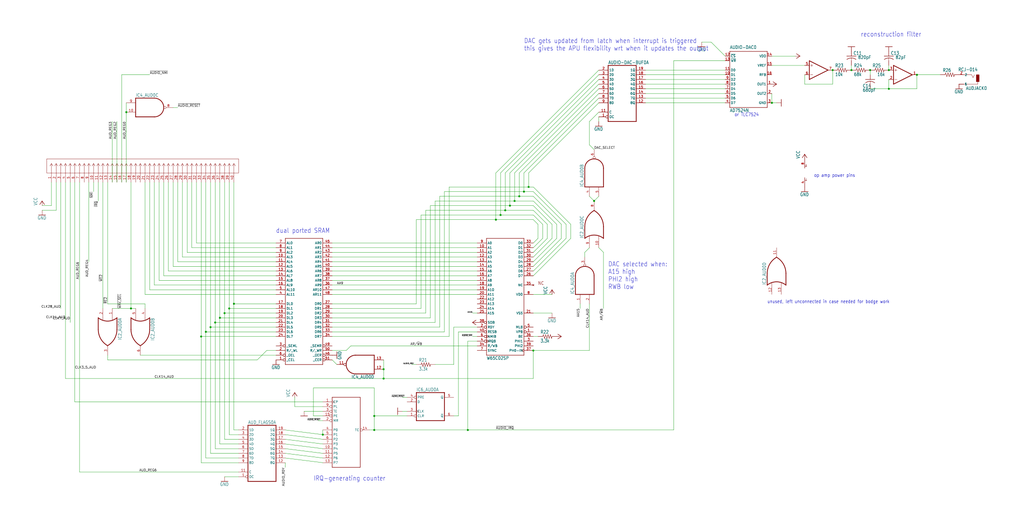
<source format=kicad_sch>
(kicad_sch (version 20230121) (generator eeschema)
  (paper "User" 555.981 285.318)
  (lib_symbols
    (symbol "signals-eagle-import:7400N"
      (property "Reference" "IC" (at -0.635 -0.635 0))
      (symbol "7400N_1_0"
        (pin input line (at -12.7 2.54 0) (length 5.08) (name "I0") (number "1"))
        (pin input line (at -12.7 -2.54 0) (length 5.08) (name "I1") (number "2"))
        (pin output inverted (at 12.7 0 180) (length 5.08) (name "O") (number "3"))
      )
      (symbol "7400N_2_0"
        (pin input line (at -12.7 2.54 0) (length 5.08) (name "I0") (number "4"))
        (pin input line (at -12.7 -2.54 0) (length 5.08) (name "I1") (number "5"))
        (pin output inverted (at 12.7 0 180) (length 5.08) (name "O") (number "6"))
      )
      (symbol "7400N_3_0"
        (pin input line (at -12.7 -2.54 0) (length 5.08) (name "I1") (number "10"))
        (pin output inverted (at 12.7 0 180) (length 5.08) (name "O") (number "8"))
        (pin input line (at -12.7 2.54 0) (length 5.08) (name "I0") (number "9"))
      )
      (symbol "7400N_4_0"
        (pin output inverted (at 12.7 0 180) (length 5.08) (name "O") (number "11"))
        (pin input line (at -12.7 2.54 0) (length 5.08) (name "I0") (number "12"))
        (pin input line (at -12.7 -2.54 0) (length 5.08) (name "I1") (number "13"))
      )
      (symbol "7400N_5_0"
        (text "GND" (at 1.905 -7.62 900) (effects (font (size 1.27 1.0795)) (justify left bottom)))
        (text "VCC" (at 1.905 5.08 900) (effects (font (size 1.27 1.0795)) (justify left bottom)))
        (pin power_in line (at 0 10.16 270) (length 7.62) (name "VCC") (number "14"))
        (pin power_in line (at 0 -10.16 90) (length 7.62) (name "GND") (number "7"))
      )
    )
    (symbol "signals-eagle-import:7432N"
      (property "Reference" "IC" (at -0.635 -0.635 0))
      (symbol "7432N_1_0"
        (pin input line (at -12.7 2.54 0) (length 5.08) (name "I0") (number "1"))
        (pin input line (at -12.7 -2.54 0) (length 5.08) (name "I1") (number "2"))
        (pin output line (at 12.7 0 180) (length 5.08) (name "O") (number "3"))
      )
      (symbol "7432N_2_0"
        (pin input line (at -12.7 2.54 0) (length 5.08) (name "I0") (number "4"))
        (pin input line (at -12.7 -2.54 0) (length 5.08) (name "I1") (number "5"))
        (pin output line (at 12.7 0 180) (length 5.08) (name "O") (number "6"))
      )
      (symbol "7432N_3_0"
        (pin input line (at -12.7 -2.54 0) (length 5.08) (name "I1") (number "10"))
        (pin output line (at 12.7 0 180) (length 5.08) (name "O") (number "8"))
        (pin input line (at -12.7 2.54 0) (length 5.08) (name "I0") (number "9"))
      )
      (symbol "7432N_4_0"
        (pin output line (at 12.7 0 180) (length 5.08) (name "O") (number "11"))
        (pin input line (at -12.7 2.54 0) (length 5.08) (name "I0") (number "12"))
        (pin input line (at -12.7 -2.54 0) (length 5.08) (name "I1") (number "13"))
      )
      (symbol "7432N_5_0"
        (text "GND" (at 1.905 -7.62 900) (effects (font (size 1.27 1.0795)) (justify left bottom)))
        (text "VCC" (at 1.905 5.08 900) (effects (font (size 1.27 1.0795)) (justify left bottom)))
        (pin power_in line (at 0 10.16 270) (length 7.62) (name "VCC") (number "14"))
        (pin power_in line (at 0 -10.16 90) (length 7.62) (name "GND") (number "7"))
      )
    )
    (symbol "signals-eagle-import:74573N"
      (property "Reference" "IC" (at -0.635 -0.635 0))
      (symbol "74573N_1_0"
        (pin input inverted (at -12.7 -12.7 0) (length 5.08) (name "OC") (number "1"))
        (pin input line (at -12.7 -10.16 0) (length 5.08) (name "C") (number "11"))
        (pin tri_state line (at 12.7 -5.08 180) (length 5.08) (name "8Q") (number "12"))
        (pin tri_state line (at 12.7 -2.54 180) (length 5.08) (name "7Q") (number "13"))
        (pin tri_state line (at 12.7 0 180) (length 5.08) (name "6Q") (number "14"))
        (pin tri_state line (at 12.7 2.54 180) (length 5.08) (name "5Q") (number "15"))
        (pin tri_state line (at 12.7 5.08 180) (length 5.08) (name "4Q") (number "16"))
        (pin tri_state line (at 12.7 7.62 180) (length 5.08) (name "3Q") (number "17"))
        (pin tri_state line (at 12.7 10.16 180) (length 5.08) (name "2Q") (number "18"))
        (pin tri_state line (at 12.7 12.7 180) (length 5.08) (name "1Q") (number "19"))
        (pin input line (at -12.7 12.7 0) (length 5.08) (name "1D") (number "2"))
        (pin input line (at -12.7 10.16 0) (length 5.08) (name "2D") (number "3"))
        (pin input line (at -12.7 7.62 0) (length 5.08) (name "3D") (number "4"))
        (pin input line (at -12.7 5.08 0) (length 5.08) (name "4D") (number "5"))
        (pin input line (at -12.7 2.54 0) (length 5.08) (name "5D") (number "6"))
        (pin input line (at -12.7 0 0) (length 5.08) (name "6D") (number "7"))
        (pin input line (at -12.7 -2.54 0) (length 5.08) (name "7D") (number "8"))
        (pin input line (at -12.7 -5.08 0) (length 5.08) (name "8D") (number "9"))
      )
      (symbol "74573N_2_0"
        (text "GND" (at 1.905 -7.62 900) (effects (font (size 1.27 1.0795)) (justify left bottom)))
        (text "VCC" (at 1.905 5.08 900) (effects (font (size 1.27 1.0795)) (justify left bottom)))
        (pin power_in line (at 0 -10.16 90) (length 7.62) (name "GND") (number "10"))
        (pin power_in line (at 0 10.16 270) (length 7.62) (name "VCC") (number "20"))
      )
    )
    (symbol "signals-eagle-import:7474N"
      (property "Reference" "IC" (at -0.635 -0.635 0))
      (symbol "7474N_1_0"
        (pin input inverted (at -12.7 -5.08 0) (length 5.08) (name "CLR") (number "1"))
        (pin input line (at -12.7 2.54 0) (length 5.08) (name "D") (number "2"))
        (pin input clock (at -12.7 -2.54 0) (length 5.08) (name "CLK") (number "3"))
        (pin input inverted (at -12.7 5.08 0) (length 5.08) (name "PRE") (number "4"))
        (pin output line (at 12.7 5.08 180) (length 5.08) (name "Q") (number "5"))
        (pin output line (at 12.7 -5.08 180) (length 5.08) (name "~{Q}") (number "6"))
      )
      (symbol "7474N_2_0"
        (pin input inverted (at -12.7 5.08 0) (length 5.08) (name "PRE") (number "10"))
        (pin input clock (at -12.7 -2.54 0) (length 5.08) (name "CLK") (number "11"))
        (pin input line (at -12.7 2.54 0) (length 5.08) (name "D") (number "12"))
        (pin input inverted (at -12.7 -5.08 0) (length 5.08) (name "CLR") (number "13"))
        (pin output line (at 12.7 -5.08 180) (length 5.08) (name "~{Q}") (number "8"))
        (pin output line (at 12.7 5.08 180) (length 5.08) (name "Q") (number "9"))
      )
      (symbol "7474N_3_0"
        (text "GND" (at 1.905 -7.62 900) (effects (font (size 1.27 1.0795)) (justify left bottom)))
        (text "VCC" (at 1.905 5.08 900) (effects (font (size 1.27 1.0795)) (justify left bottom)))
        (pin power_in line (at 0 10.16 270) (length 7.62) (name "VCC") (number "14"))
        (pin power_in line (at 0 -10.16 90) (length 7.62) (name "GND") (number "7"))
      )
    )
    (symbol "signals-eagle-import:AD7524N"
      (property "Reference" "IC" (at -10.16 16.51 0))
      (symbol "AD7524N_1_0"
        (pin passive line (at 12.7 -2.54 180) (length 2.54) (name "OUT1") (number "1"))
        (pin input line (at -12.7 2.54 0) (length 2.54) (name "D1") (number "10"))
        (pin input line (at -12.7 5.08 0) (length 2.54) (name "D0") (number "11"))
        (pin input line (at -12.7 12.7 0) (length 2.54) (name "~{CS}") (number "12"))
        (pin input line (at -12.7 10.16 0) (length 2.54) (name "~{WR}") (number "13"))
        (pin power_in line (at 12.7 12.7 180) (length 2.54) (name "VDD") (number "14"))
        (pin input line (at 12.7 7.62 180) (length 2.54) (name "VREF") (number "15"))
        (pin passive line (at 12.7 2.54 180) (length 2.54) (name "RFB") (number "16"))
        (pin passive line (at 12.7 -7.62 180) (length 2.54) (name "OUT2") (number "2"))
        (pin power_in line (at 12.7 -12.7 180) (length 2.54) (name "GND") (number "3"))
        (pin input line (at -12.7 -12.7 0) (length 2.54) (name "D7") (number "4"))
        (pin input line (at -12.7 -10.16 0) (length 2.54) (name "D6") (number "5"))
        (pin input line (at -12.7 -7.62 0) (length 2.54) (name "D5") (number "6"))
        (pin input line (at -12.7 -5.08 0) (length 2.54) (name "D4") (number "7"))
        (pin input line (at -12.7 -2.54 0) (length 2.54) (name "D3") (number "8"))
        (pin input line (at -12.7 0 0) (length 2.54) (name "D2") (number "9"))
      )
    )
    (symbol "signals-eagle-import:C-US050-024X044"
      (property "Reference" "C" (at 1.016 0.635 0))
      (symbol "C-US050-024X044_1_0"
        (pin passive line (at 0 2.54 270) (length 2.54) (name "1") (number "1"))
        (pin passive line (at 0 -5.08 90) (length 2.54) (name "2") (number "2"))
      )
    )
    (symbol "signals-eagle-import:CD40103"
      (symbol "CD40103_1_0"
        (pin input clock (at -12.7 15.24 0) (length 5.08) (name "CP") (number "1"))
        (pin input line (at -12.7 -10.16 0) (length 5.08) (name "P4") (number "10"))
        (pin input line (at -12.7 -12.7 0) (length 5.08) (name "P5") (number "11"))
        (pin input line (at -12.7 -15.24 0) (length 5.08) (name "P6") (number "12"))
        (pin input line (at -12.7 -17.78 0) (length 5.08) (name "P7") (number "13"))
        (pin output inverted (at 12.7 0 180) (length 5.08) (name "TC") (number "14"))
        (pin input inverted (at -12.7 7.62 0) (length 5.08) (name "PE") (number "15"))
        (pin input inverted (at -12.7 5.08 0) (length 5.08) (name "MR") (number "2"))
        (pin input inverted (at -12.7 10.16 0) (length 5.08) (name "TE") (number "3"))
        (pin input line (at -12.7 0 0) (length 5.08) (name "P0") (number "4"))
        (pin input line (at -12.7 -2.54 0) (length 5.08) (name "P1") (number "5"))
        (pin input line (at -12.7 -5.08 0) (length 5.08) (name "P2") (number "6"))
        (pin input line (at -12.7 -7.62 0) (length 5.08) (name "P3") (number "7"))
        (pin input inverted (at -12.7 12.7 0) (length 5.08) (name "PL") (number "9"))
      )
      (symbol "CD40103_2_0"
        (pin power_in line (at 0 12.7 270) (length 5.08) (name "VCC") (number "16"))
        (pin power_in line (at 0 -10.16 90) (length 5.08) (name "GND") (number "8"))
      )
    )
    (symbol "signals-eagle-import:GND" (power)
      (property "Value" "GND" (at -2.54 -2.54 0))
      (symbol "GND_1_0"
        (pin power_in line (at 0 2.54 270) (length 2.54) (name "GND") (number "1"))
      )
    )
    (symbol "signals-eagle-import:LM358N"
      (symbol "LM358N_1_0"
        (pin output line (at 7.62 0 180) (length 2.54) (name "OUT") (number "1"))
        (pin input line (at -7.62 -2.54 0) (length 2.54) (name "-IN") (number "2"))
        (pin input line (at -7.62 2.54 0) (length 2.54) (name "+IN") (number "3"))
      )
      (symbol "LM358N_2_0"
        (pin input line (at -7.62 2.54 0) (length 2.54) (name "+IN") (number "5"))
        (pin input line (at -7.62 -2.54 0) (length 2.54) (name "-IN") (number "6"))
        (pin output line (at 7.62 0 180) (length 2.54) (name "OUT") (number "7"))
      )
      (symbol "LM358N_3_0"
        (text "V+" (at 1.27 3.175 900) (effects (font (size 0.8128 0.6908)) (justify left bottom)))
        (text "V-" (at 1.27 -4.445 900) (effects (font (size 0.8128 0.6908)) (justify left bottom)))
        (pin power_in line (at 0 -7.62 90) (length 5.08) (name "V-") (number "4"))
        (pin power_in line (at 0 7.62 270) (length 5.08) (name "V+") (number "8"))
      )
    )
    (symbol "signals-eagle-import:PDPRAM_4KPLCC52S"
      (symbol "PDPRAM_4KPLCC52S_1_0"
        (pin power_in line (at 0 -10.16 90) (length 5.08) (name "GND") (number "26"))
        (pin power_in line (at 0 12.7 270) (length 5.08) (name "VCC") (number "52"))
      )
      (symbol "PDPRAM_4KPLCC52S_2_0"
        (pin bidirectional inverted (at -15.24 -30.48 0) (length 5.08) (name "_CEL") (number "1"))
        (pin bidirectional line (at -15.24 25.4 0) (length 5.08) (name "AL3") (number "10"))
        (pin bidirectional line (at -15.24 22.86 0) (length 5.08) (name "AL4") (number "11"))
        (pin bidirectional line (at -15.24 20.32 0) (length 5.08) (name "AL5") (number "12"))
        (pin bidirectional line (at -15.24 17.78 0) (length 5.08) (name "AL6") (number "13"))
        (pin bidirectional line (at -15.24 15.24 0) (length 5.08) (name "AL7") (number "14"))
        (pin bidirectional line (at -15.24 12.7 0) (length 5.08) (name "AL8") (number "15"))
        (pin bidirectional line (at -15.24 10.16 0) (length 5.08) (name "AL9") (number "16"))
        (pin bidirectional line (at -15.24 0 0) (length 5.08) (name "DL0") (number "17"))
        (pin bidirectional line (at -15.24 -2.54 0) (length 5.08) (name "DL1") (number "18"))
        (pin bidirectional line (at -15.24 -5.08 0) (length 5.08) (name "DL2") (number "19"))
        (pin bidirectional line (at -15.24 -25.4 0) (length 5.08) (name "R/_WL") (number "2"))
        (pin bidirectional line (at -15.24 -7.62 0) (length 5.08) (name "DL3") (number "20"))
        (pin bidirectional line (at -15.24 -10.16 0) (length 5.08) (name "DL4") (number "21"))
        (pin bidirectional line (at -15.24 -12.7 0) (length 5.08) (name "DL5") (number "22"))
        (pin bidirectional line (at -15.24 -15.24 0) (length 5.08) (name "DL6") (number "23"))
        (pin bidirectional line (at -15.24 -17.78 0) (length 5.08) (name "DL7") (number "24"))
        (pin bidirectional line (at 15.24 0 180) (length 5.08) (name "DR0") (number "27"))
        (pin bidirectional line (at 15.24 -2.54 180) (length 5.08) (name "DR1") (number "28"))
        (pin bidirectional line (at 15.24 -5.08 180) (length 5.08) (name "DR2") (number "29"))
        (pin bidirectional inverted (at -15.24 -22.86 0) (length 5.08) (name "_SEML") (number "3"))
        (pin bidirectional line (at 15.24 -7.62 180) (length 5.08) (name "DR3") (number "30"))
        (pin bidirectional line (at 15.24 -10.16 180) (length 5.08) (name "DR4") (number "31"))
        (pin bidirectional line (at 15.24 -12.7 180) (length 5.08) (name "DR5") (number "32"))
        (pin bidirectional line (at 15.24 -15.24 180) (length 5.08) (name "DR6") (number "33"))
        (pin bidirectional line (at 15.24 -17.78 180) (length 5.08) (name "DR7") (number "34"))
        (pin bidirectional line (at 15.24 10.16 180) (length 5.08) (name "AR9") (number "36"))
        (pin bidirectional line (at 15.24 12.7 180) (length 5.08) (name "AR8") (number "37"))
        (pin bidirectional line (at 15.24 15.24 180) (length 5.08) (name "AR7") (number "38"))
        (pin bidirectional line (at 15.24 17.78 180) (length 5.08) (name "AR6") (number "39"))
        (pin bidirectional line (at -15.24 5.08 0) (length 5.08) (name "AL11") (number "4"))
        (pin bidirectional line (at 15.24 20.32 180) (length 5.08) (name "AR5") (number "40"))
        (pin bidirectional line (at 15.24 22.86 180) (length 5.08) (name "AR4") (number "41"))
        (pin bidirectional line (at 15.24 25.4 180) (length 5.08) (name "AR3") (number "42"))
        (pin bidirectional line (at 15.24 27.94 180) (length 5.08) (name "AR2") (number "43"))
        (pin bidirectional line (at 15.24 30.48 180) (length 5.08) (name "AR1") (number "44"))
        (pin bidirectional line (at 15.24 33.02 180) (length 5.08) (name "AR0") (number "45"))
        (pin bidirectional inverted (at 15.24 -27.94 180) (length 5.08) (name "_OER") (number "46"))
        (pin bidirectional line (at 15.24 7.62 180) (length 5.08) (name "AR10") (number "47"))
        (pin bidirectional line (at 15.24 5.08 180) (length 5.08) (name "AR11") (number "48"))
        (pin bidirectional inverted (at 15.24 -22.86 180) (length 5.08) (name "_SEMR") (number "49"))
        (pin bidirectional line (at -15.24 7.62 0) (length 5.08) (name "AL10") (number "5"))
        (pin bidirectional line (at 15.24 -25.4 180) (length 5.08) (name "R/_WR") (number "50"))
        (pin bidirectional inverted (at 15.24 -30.48 180) (length 5.08) (name "_CER") (number "51"))
        (pin bidirectional inverted (at -15.24 -27.94 0) (length 5.08) (name "_OEL") (number "6"))
        (pin bidirectional line (at -15.24 33.02 0) (length 5.08) (name "AL0") (number "7"))
        (pin bidirectional line (at -15.24 30.48 0) (length 5.08) (name "AL1") (number "8"))
        (pin bidirectional line (at -15.24 27.94 0) (length 5.08) (name "AL2") (number "9"))
      )
    )
    (symbol "signals-eagle-import:R-US_0207/10"
      (property "Reference" "R" (at -3.81 1.4986 0))
      (symbol "R-US_0207/10_1_0"
        (pin passive line (at -5.08 0 0) (length 2.54) (name "1") (number "1"))
        (pin passive line (at 5.08 0 180) (length 2.54) (name "2") (number "2"))
      )
    )
    (symbol "signals-eagle-import:RCJ-014"
      (property "Reference" "J" (at -2.5442 3.8163 0))
      (symbol "RCJ-014_1_0"
        (pin passive line (at 7.62 2.54 180) (length 2.54) (name "1") (number "1A"))
        (pin passive line (at 7.62 2.54 180) (length 2.54) (name "1") (number "1B"))
        (pin passive line (at 7.62 2.54 180) (length 2.54) (name "1") (number "1C"))
        (pin passive line (at 7.62 -2.54 180) (length 2.54) (name "2") (number "2"))
      )
    )
    (symbol "signals-eagle-import:TX25-40P-6ST-H1E"
      (symbol "TX25-40P-6ST-H1E_1_0"
        (pin passive line (at 0 0 0) (length 5.08) (name "1") (number "1"))
        (pin passive line (at 0 -22.86 0) (length 5.08) (name "10") (number "10"))
        (pin passive line (at 0 -25.4 0) (length 5.08) (name "11") (number "11"))
        (pin passive line (at 0 -27.94 0) (length 5.08) (name "12") (number "12"))
        (pin passive line (at 0 -30.48 0) (length 5.08) (name "13") (number "13"))
        (pin passive line (at 0 -33.02 0) (length 5.08) (name "14") (number "14"))
        (pin passive line (at 0 -35.56 0) (length 5.08) (name "15") (number "15"))
        (pin passive line (at 0 -38.1 0) (length 5.08) (name "16") (number "16"))
        (pin passive line (at 0 -40.64 0) (length 5.08) (name "17") (number "17"))
        (pin passive line (at 0 -43.18 0) (length 5.08) (name "18") (number "18"))
        (pin passive line (at 0 -45.72 0) (length 5.08) (name "19") (number "19"))
        (pin passive line (at 0 -2.54 0) (length 5.08) (name "2") (number "2"))
        (pin passive line (at 0 -48.26 0) (length 5.08) (name "20") (number "20"))
        (pin passive line (at 0 -50.8 0) (length 5.08) (name "21") (number "21"))
        (pin passive line (at 0 -53.34 0) (length 5.08) (name "22") (number "22"))
        (pin passive line (at 0 -55.88 0) (length 5.08) (name "23") (number "23"))
        (pin passive line (at 0 -58.42 0) (length 5.08) (name "24") (number "24"))
        (pin passive line (at 0 -60.96 0) (length 5.08) (name "25") (number "25"))
        (pin passive line (at 0 -63.5 0) (length 5.08) (name "26") (number "26"))
        (pin passive line (at 0 -66.04 0) (length 5.08) (name "27") (number "27"))
        (pin passive line (at 0 -68.58 0) (length 5.08) (name "28") (number "28"))
        (pin passive line (at 0 -71.12 0) (length 5.08) (name "29") (number "29"))
        (pin passive line (at 0 -5.08 0) (length 5.08) (name "3") (number "3"))
        (pin passive line (at 0 -73.66 0) (length 5.08) (name "30") (number "30"))
        (pin passive line (at 0 -76.2 0) (length 5.08) (name "31") (number "31"))
        (pin passive line (at 0 -78.74 0) (length 5.08) (name "32") (number "32"))
        (pin passive line (at 0 -81.28 0) (length 5.08) (name "33") (number "33"))
        (pin passive line (at 0 -83.82 0) (length 5.08) (name "34") (number "34"))
        (pin passive line (at 0 -86.36 0) (length 5.08) (name "35") (number "35"))
        (pin passive line (at 0 -88.9 0) (length 5.08) (name "36") (number "36"))
        (pin passive line (at 0 -91.44 0) (length 5.08) (name "37") (number "37"))
        (pin passive line (at 0 -93.98 0) (length 5.08) (name "38") (number "38"))
        (pin passive line (at 0 -96.52 0) (length 5.08) (name "39") (number "39"))
        (pin passive line (at 0 -7.62 0) (length 5.08) (name "4") (number "4"))
        (pin passive line (at 0 -99.06 0) (length 5.08) (name "40") (number "40"))
        (pin passive line (at 0 -10.16 0) (length 5.08) (name "5") (number "5"))
        (pin passive line (at 0 -12.7 0) (length 5.08) (name "6") (number "6"))
        (pin passive line (at 0 -15.24 0) (length 5.08) (name "7") (number "7"))
        (pin passive line (at 0 -17.78 0) (length 5.08) (name "8") (number "8"))
        (pin passive line (at 0 -20.32 0) (length 5.08) (name "9") (number "9"))
      )
    )
    (symbol "signals-eagle-import:VCC" (power)
      (property "Value" "VCC" (at -2.54 -2.54 90))
      (symbol "VCC_1_0"
        (pin power_in line (at 0 -2.54 90) (length 2.54) (name "VCC") (number "1"))
      )
    )
    (symbol "signals-eagle-import:W65C02SP"
      (symbol "W65C02SP_1_0"
        (text "NC" (at 17.78 0 0) (effects (font (size 1.778 1.5113)) (justify left bottom)))
        (pin output inverted (at 15.24 -25.4 180) (length 5.08) (name "VPB") (number "1"))
        (pin bidirectional line (at -15.24 20.32 0) (length 5.08) (name "A1") (number "10"))
        (pin bidirectional line (at -15.24 17.78 0) (length 5.08) (name "A2") (number "11"))
        (pin bidirectional line (at -15.24 15.24 0) (length 5.08) (name "A3") (number "12"))
        (pin bidirectional line (at -15.24 12.7 0) (length 5.08) (name "A4") (number "13"))
        (pin bidirectional line (at -15.24 10.16 0) (length 5.08) (name "A5") (number "14"))
        (pin bidirectional line (at -15.24 7.62 0) (length 5.08) (name "A6") (number "15"))
        (pin bidirectional line (at -15.24 5.08 0) (length 5.08) (name "A7") (number "16"))
        (pin bidirectional line (at -15.24 2.54 0) (length 5.08) (name "A8") (number "17"))
        (pin bidirectional line (at -15.24 0 0) (length 5.08) (name "A9") (number "18"))
        (pin bidirectional line (at -15.24 -2.54 0) (length 5.08) (name "A10") (number "19"))
        (pin bidirectional inverted (at -15.24 -22.86 0) (length 5.08) (name "RDY") (number "2"))
        (pin bidirectional line (at -15.24 -5.08 0) (length 5.08) (name "A11") (number "20"))
        (pin power_in line (at 15.24 -15.24 180) (length 5.08) (name "VSS") (number "21"))
        (pin bidirectional line (at -15.24 -7.62 0) (length 5.08) (name "A12") (number "22"))
        (pin bidirectional line (at -15.24 -10.16 0) (length 5.08) (name "A13") (number "23"))
        (pin bidirectional line (at -15.24 -12.7 0) (length 5.08) (name "A14") (number "24"))
        (pin bidirectional line (at -15.24 -15.24 0) (length 5.08) (name "A15") (number "25"))
        (pin bidirectional line (at 15.24 5.08 180) (length 5.08) (name "D7") (number "26"))
        (pin bidirectional line (at 15.24 7.62 180) (length 5.08) (name "D6") (number "27"))
        (pin bidirectional line (at 15.24 10.16 180) (length 5.08) (name "D5") (number "28"))
        (pin bidirectional line (at 15.24 12.7 180) (length 5.08) (name "D4") (number "29"))
        (pin output line (at 15.24 -30.48 180) (length 5.08) (name "PHI1") (number "3"))
        (pin bidirectional line (at 15.24 15.24 180) (length 5.08) (name "D3") (number "30"))
        (pin bidirectional line (at 15.24 17.78 180) (length 5.08) (name "D2") (number "31"))
        (pin bidirectional line (at 15.24 20.32 180) (length 5.08) (name "D1") (number "32"))
        (pin bidirectional line (at 15.24 22.86 180) (length 5.08) (name "D0") (number "33"))
        (pin output line (at -15.24 -33.02 0) (length 5.08) (name "R/WB") (number "34"))
        (pin no_connect line (at 15.24 0 180) (length 5.08) (name "NC") (number "35"))
        (pin input line (at 15.24 -27.94 180) (length 5.08) (name "BE") (number "36"))
        (pin input clock (at 15.24 -35.56 180) (length 5.08) (name "PH0-IN") (number "37"))
        (pin input inverted (at -15.24 -20.32 0) (length 5.08) (name "SOB") (number "38"))
        (pin output line (at 15.24 -33.02 180) (length 5.08) (name "PHI2") (number "39"))
        (pin input inverted_clock (at -15.24 -30.48 0) (length 5.08) (name "IRQB") (number "4"))
        (pin input inverted (at -15.24 -25.4 0) (length 5.08) (name "RESB") (number "40"))
        (pin output inverted (at 15.24 -22.86 180) (length 5.08) (name "MLB") (number "5"))
        (pin input inverted_clock (at -15.24 -27.94 0) (length 5.08) (name "NMIB") (number "6"))
        (pin output line (at -15.24 -35.56 0) (length 5.08) (name "SYNC") (number "7"))
        (pin power_in line (at 15.24 -5.08 180) (length 5.08) (name "VDD") (number "8"))
        (pin bidirectional line (at -15.24 22.86 0) (length 5.08) (name "A0") (number "9"))
      )
    )
  )
  (junction (at 482.6 48.26))
  (junction (at 276.86 111.76))
  (junction (at 497.84 40.64))
  (junction (at 254 233.68))
  (junction (at 462.28 38.1))
  (junction (at 269.24 119.38))
  (junction (at 472.44 38.1))
  (junction (at 114.3 177.8))
  (junction (at 203.2 233.68))
  (junction (at 289.56 190.5))
  (junction (at 111.76 180.34))
  (junction (at 127 165.1))
  (junction (at 452.12 38.1))
  (junction (at 281.94 106.68))
  (junction (at 287.02 101.6))
  (junction (at 71.12 167.64))
  (junction (at 116.84 175.26))
  (junction (at 284.48 104.14))
  (junction (at 279.4 109.22))
  (junction (at 119.38 172.72))
  (junction (at 419.1 55.88))
  (junction (at 68.58 60.96))
  (junction (at 109.22 182.88))
  (junction (at 121.92 170.18))
  (junction (at 124.46 167.64))
  (junction (at 203.2 226.06))
  (junction (at 208.28 200.66))
  (junction (at 482.6 38.1))
  (junction (at 175.26 236.22))
  (junction (at 208.28 205.74))
  (junction (at 274.32 114.3))
  (junction (at 322.58 109.22))
  (junction (at 271.78 116.84))
  (wire (pts (xy 116.84 99.06) (xy 116.84 175.26)) (stroke (width 0.1524)))
  (wire (pts (xy 180.34 149.86) (xy 259.08 149.86)) (stroke (width 0.1524)))
  (wire (pts (xy 30.48 99.06) (xy 30.48 114.3)) (stroke (width 0.1524)))
  (wire (pts (xy 292.1 121.92) (xy 292.1 129.54)) (stroke (width 0.1524)))
  (wire (pts (xy 149.86 154.94) (xy 83.82 154.94)) (stroke (width 0.1524)))
  (wire (pts (xy 233.68 172.72) (xy 233.68 111.76)) (stroke (width 0.1524)))
  (wire (pts (xy 289.56 111.76) (xy 299.72 121.92)) (stroke (width 0.1524)))
  (wire (pts (xy 284.48 104.14) (xy 289.56 104.14)) (stroke (width 0.1524)))
  (wire (pts (xy 58.42 193.04) (xy 58.42 195.58)) (stroke (width 0.1524)))
  (wire (pts (xy 129.54 236.22) (xy 124.46 236.22)) (stroke (width 0.1524)))
  (wire (pts (xy 248.92 180.34) (xy 259.08 180.34)) (stroke (width 0.1524)))
  (wire (pts (xy 68.58 99.06) (xy 68.58 60.96)) (stroke (width 0.1524)))
  (wire (pts (xy 116.84 243.84) (xy 116.84 175.26)) (stroke (width 0.1524)))
  (wire (pts (xy 482.6 35.56) (xy 482.6 38.1)) (stroke (width 0.1524)))
  (wire (pts (xy 144.78 190.5) (xy 149.86 190.5)) (stroke (width 0.1524)))
  (wire (pts (xy 327.66 137.16) (xy 325.12 134.62)) (stroke (width 0.1524)))
  (wire (pts (xy 121.92 170.18) (xy 149.86 170.18)) (stroke (width 0.1524)))
  (wire (pts (xy 320.04 78.74) (xy 320.04 66.04)) (stroke (width 0.1524)))
  (wire (pts (xy 289.56 190.5) (xy 320.04 190.5)) (stroke (width 0.1524)))
  (wire (pts (xy 259.08 170.18) (xy 256.54 170.18)) (stroke (width 0.1524)))
  (wire (pts (xy 101.6 99.06) (xy 101.6 137.16)) (stroke (width 0.1524)))
  (wire (pts (xy 302.26 121.92) (xy 302.26 129.54)) (stroke (width 0.1524)))
  (wire (pts (xy 325.12 48.26) (xy 279.4 93.98)) (stroke (width 0.1524)))
  (wire (pts (xy 93.98 58.42) (xy 96.52 58.42)) (stroke (width 0.1524)))
  (wire (pts (xy 93.98 99.06) (xy 93.98 144.78)) (stroke (width 0.1524)))
  (wire (pts (xy 365.76 233.68) (xy 365.76 33.02)) (stroke (width 0.1524)))
  (wire (pts (xy 27.94 111.76) (xy 22.86 111.76)) (stroke (width 0.1524)))
  (wire (pts (xy 96.52 142.24) (xy 149.86 142.24)) (stroke (width 0.1524)))
  (wire (pts (xy 243.84 101.6) (xy 287.02 101.6)) (stroke (width 0.1524)))
  (wire (pts (xy 139.7 195.58) (xy 144.78 190.5)) (stroke (width 0.1524)))
  (wire (pts (xy 307.34 121.92) (xy 307.34 129.54)) (stroke (width 0.1524)))
  (wire (pts (xy 121.92 99.06) (xy 121.92 170.18)) (stroke (width 0.1524)))
  (wire (pts (xy 78.74 165.1) (xy 78.74 167.64)) (stroke (width 0.1524)))
  (wire (pts (xy 269.24 93.98) (xy 269.24 119.38)) (stroke (width 0.1524)))
  (wire (pts (xy 497.84 40.64) (xy 510.54 40.64)) (stroke (width 0.1524)))
  (wire (pts (xy 127 165.1) (xy 149.86 165.1)) (stroke (width 0.1524)))
  (wire (pts (xy 320.04 190.5) (xy 320.04 165.1)) (stroke (width 0.1524)))
  (wire (pts (xy 208.28 200.66) (xy 208.28 205.74)) (stroke (width 0.1524)))
  (wire (pts (xy 226.06 198.12) (xy 223.52 198.12)) (stroke (width 0.1524)))
  (wire (pts (xy 309.88 129.54) (xy 289.56 149.86)) (stroke (width 0.1524)))
  (wire (pts (xy 175.26 233.68) (xy 175.26 236.22)) (stroke (width 0.1524)))
  (wire (pts (xy 175.26 246.38) (xy 154.94 243.84)) (stroke (width 0.1524)))
  (wire (pts (xy 271.78 93.98) (xy 271.78 116.84)) (stroke (width 0.1524)))
  (wire (pts (xy 307.34 129.54) (xy 289.56 147.32)) (stroke (width 0.1524)))
  (wire (pts (xy 203.2 233.68) (xy 254 233.68)) (stroke (width 0.1524)))
  (wire (pts (xy 299.72 129.54) (xy 289.56 139.7)) (stroke (width 0.1524)))
  (wire (pts (xy 60.96 99.06) (xy 60.96 66.04)) (stroke (width 0.1524)))
  (wire (pts (xy 180.34 160.02) (xy 259.08 160.02)) (stroke (width 0.1524)))
  (wire (pts (xy 436.88 40.64) (xy 436.88 45.72)) (stroke (width 0.1524)))
  (wire (pts (xy 38.1 99.06) (xy 38.1 175.26)) (stroke (width 0.1524)))
  (wire (pts (xy 289.56 119.38) (xy 292.1 121.92)) (stroke (width 0.1524)))
  (wire (pts (xy 93.98 144.78) (xy 149.86 144.78)) (stroke (width 0.1524)))
  (wire (pts (xy 106.68 99.06) (xy 106.68 132.08)) (stroke (width 0.1524)))
  (wire (pts (xy 53.34 99.06) (xy 53.34 109.22)) (stroke (width 0.1524)))
  (wire (pts (xy 127 165.1) (xy 127 233.68)) (stroke (width 0.1524)))
  (wire (pts (xy 81.28 157.48) (xy 149.86 157.48)) (stroke (width 0.1524)))
  (wire (pts (xy 121.92 259.08) (xy 129.54 259.08)) (stroke (width 0.1524)))
  (wire (pts (xy 187.96 190.5) (xy 190.5 187.96)) (stroke (width 0.1524)))
  (wire (pts (xy 419.1 35.56) (xy 436.88 35.56)) (stroke (width 0.1524)))
  (wire (pts (xy 88.9 99.06) (xy 88.9 149.86)) (stroke (width 0.1524)))
  (wire (pts (xy 287.02 101.6) (xy 289.56 101.6)) (stroke (width 0.1524)))
  (wire (pts (xy 322.58 109.22) (xy 320.04 106.68)) (stroke (width 0.1524)))
  (wire (pts (xy 289.56 114.3) (xy 297.18 121.92)) (stroke (width 0.1524)))
  (wire (pts (xy 289.56 109.22) (xy 302.26 121.92)) (stroke (width 0.1524)))
  (wire (pts (xy 259.08 185.42) (xy 254 185.42)) (stroke (width 0.1524)))
  (wire (pts (xy 452.12 45.72) (xy 452.12 38.1)) (stroke (width 0.1524)))
  (wire (pts (xy 27.94 99.06) (xy 27.94 111.76)) (stroke (width 0.1524)))
  (wire (pts (xy 63.5 99.06) (xy 63.5 66.04)) (stroke (width 0.1524)))
  (wire (pts (xy 175.26 228.6) (xy 172.72 228.6)) (stroke (width 0.1524)))
  (wire (pts (xy 129.54 243.84) (xy 116.84 243.84)) (stroke (width 0.1524)))
  (wire (pts (xy 78.74 99.06) (xy 78.74 160.02)) (stroke (width 0.1524)))
  (wire (pts (xy 279.4 93.98) (xy 279.4 109.22)) (stroke (width 0.1524)))
  (wire (pts (xy 254 185.42) (xy 254 233.68)) (stroke (width 0.1524)))
  (wire (pts (xy 325.12 45.72) (xy 276.86 93.98)) (stroke (width 0.1524)))
  (wire (pts (xy 104.14 134.62) (xy 149.86 134.62)) (stroke (width 0.1524)))
  (wire (pts (xy 386.08 22.86) (xy 393.7 30.48)) (stroke (width 0.1524)))
  (wire (pts (xy 175.26 236.22) (xy 154.94 233.68)) (stroke (width 0.1524)))
  (wire (pts (xy 309.88 121.92) (xy 309.88 129.54)) (stroke (width 0.1524)))
  (wire (pts (xy 154.94 236.22) (xy 175.26 238.76)) (stroke (width 0.1524)))
  (wire (pts (xy 91.44 99.06) (xy 91.44 147.32)) (stroke (width 0.1524)))
  (wire (pts (xy 289.56 170.18) (xy 299.72 170.18)) (stroke (width 0.1524)))
  (wire (pts (xy 86.36 152.4) (xy 149.86 152.4)) (stroke (width 0.1524)))
  (wire (pts (xy 175.26 218.44) (xy 40.64 218.44)) (stroke (width 0.1524)))
  (wire (pts (xy 83.82 154.94) (xy 83.82 99.06)) (stroke (width 0.1524)))
  (wire (pts (xy 241.3 104.14) (xy 284.48 104.14)) (stroke (width 0.1524)))
  (wire (pts (xy 220.98 215.9) (xy 218.44 215.9)) (stroke (width 0.1524)))
  (wire (pts (xy 226.06 119.38) (xy 269.24 119.38)) (stroke (width 0.1524)))
  (wire (pts (xy 180.34 182.88) (xy 243.84 182.88)) (stroke (width 0.1524)))
  (wire (pts (xy 287.02 93.98) (xy 287.02 101.6)) (stroke (width 0.1524)))
  (wire (pts (xy 289.56 104.14) (xy 307.34 121.92)) (stroke (width 0.1524)))
  (wire (pts (xy 175.26 251.46) (xy 154.94 248.92)) (stroke (width 0.1524)))
  (wire (pts (xy 302.26 129.54) (xy 289.56 142.24)) (stroke (width 0.1524)))
  (wire (pts (xy 289.56 182.88) (xy 292.1 182.88)) (stroke (width 0.1524)))
  (wire (pts (xy 314.96 165.1) (xy 314.96 167.64)) (stroke (width 0.1524)))
  (wire (pts (xy 129.54 241.3) (xy 119.38 241.3)) (stroke (width 0.1524)))
  (wire (pts (xy 350.52 43.18) (xy 393.7 43.18)) (stroke (width 0.1524)))
  (wire (pts (xy 472.44 48.26) (xy 482.6 48.26)) (stroke (width 0.1524)))
  (wire (pts (xy 124.46 99.06) (xy 124.46 167.64)) (stroke (width 0.1524)))
  (wire (pts (xy 40.64 99.06) (xy 40.64 218.44)) (stroke (width 0.1524)))
  (wire (pts (xy 81.28 99.06) (xy 81.28 157.48)) (stroke (width 0.1524)))
  (wire (pts (xy 180.34 144.78) (xy 259.08 144.78)) (stroke (width 0.1524)))
  (wire (pts (xy 294.64 121.92) (xy 294.64 129.54)) (stroke (width 0.1524)))
  (wire (pts (xy 365.76 33.02) (xy 393.7 33.02)) (stroke (width 0.1524)))
  (wire (pts (xy 317.5 139.7) (xy 317.5 137.16)) (stroke (width 0.1524)))
  (wire (pts (xy 170.18 210.82) (xy 203.2 210.82)) (stroke (width 0.1524)))
  (wire (pts (xy 281.94 93.98) (xy 281.94 106.68)) (stroke (width 0.1524)))
  (wire (pts (xy 106.68 132.08) (xy 149.86 132.08)) (stroke (width 0.1524)))
  (wire (pts (xy 289.56 160.02) (xy 299.72 160.02)) (stroke (width 0.1524)))
  (wire (pts (xy 304.8 129.54) (xy 289.56 144.78)) (stroke (width 0.1524)))
  (wire (pts (xy 119.38 172.72) (xy 149.86 172.72)) (stroke (width 0.1524)))
  (wire (pts (xy 236.22 175.26) (xy 236.22 109.22)) (stroke (width 0.1524)))
  (wire (pts (xy 289.56 106.68) (xy 304.8 121.92)) (stroke (width 0.1524)))
  (wire (pts (xy 322.58 81.28) (xy 320.04 78.74)) (stroke (width 0.1524)))
  (wire (pts (xy 71.12 167.64) (xy 71.12 99.06)) (stroke (width 0.1524)))
  (wire (pts (xy 180.34 190.5) (xy 187.96 190.5)) (stroke (width 0.1524)))
  (wire (pts (xy 259.08 137.16) (xy 180.34 137.16)) (stroke (width 0.1524)))
  (wire (pts (xy 325.12 40.64) (xy 271.78 93.98)) (stroke (width 0.1524)))
  (wire (pts (xy 231.14 170.18) (xy 231.14 114.3)) (stroke (width 0.1524)))
  (wire (pts (xy 238.76 177.8) (xy 238.76 106.68)) (stroke (width 0.1524)))
  (wire (pts (xy 421.64 55.88) (xy 419.1 55.88)) (stroke (width 0.1524)))
  (wire (pts (xy 325.12 43.18) (xy 274.32 93.98)) (stroke (width 0.1524)))
  (wire (pts (xy 497.84 48.26) (xy 497.84 40.64)) (stroke (width 0.1524)))
  (wire (pts (xy 297.18 121.92) (xy 297.18 129.54)) (stroke (width 0.1524)))
  (wire (pts (xy 276.86 93.98) (xy 276.86 111.76)) (stroke (width 0.1524)))
  (wire (pts (xy 208.28 205.74) (xy 289.56 205.74)) (stroke (width 0.1524)))
  (wire (pts (xy 91.44 147.32) (xy 149.86 147.32)) (stroke (width 0.1524)))
  (wire (pts (xy 109.22 251.46) (xy 109.22 182.88)) (stroke (width 0.1524)))
  (wire (pts (xy 320.04 66.04) (xy 325.12 60.96)) (stroke (width 0.1524)))
  (wire (pts (xy 236.22 109.22) (xy 279.4 109.22)) (stroke (width 0.1524)))
  (wire (pts (xy 279.4 109.22) (xy 289.56 109.22)) (stroke (width 0.1524)))
  (wire (pts (xy 317.5 137.16) (xy 320.04 134.62)) (stroke (width 0.1524)))
  (wire (pts (xy 180.34 165.1) (xy 226.06 165.1)) (stroke (width 0.1524)))
  (wire (pts (xy 276.86 111.76) (xy 289.56 111.76)) (stroke (width 0.1524)))
  (wire (pts (xy 127 99.06) (xy 127 165.1)) (stroke (width 0.1524)))
  (wire (pts (xy 472.44 40.64) (xy 472.44 38.1)) (stroke (width 0.1524)))
  (wire (pts (xy 381 22.86) (xy 386.08 22.86)) (stroke (width 0.1524)))
  (wire (pts (xy 109.22 182.88) (xy 149.86 182.88)) (stroke (width 0.1524)))
  (wire (pts (xy 180.34 170.18) (xy 231.14 170.18)) (stroke (width 0.1524)))
  (wire (pts (xy 104.14 99.06) (xy 104.14 134.62)) (stroke (width 0.1524)))
  (wire (pts (xy 111.76 99.06) (xy 111.76 180.34)) (stroke (width 0.1524)))
  (wire (pts (xy 243.84 182.88) (xy 243.84 101.6)) (stroke (width 0.1524)))
  (wire (pts (xy 436.88 45.72) (xy 452.12 45.72)) (stroke (width 0.1524)))
  (wire (pts (xy 129.54 246.38) (xy 114.3 246.38)) (stroke (width 0.1524)))
  (wire (pts (xy 154.94 246.38) (xy 175.26 248.92)) (stroke (width 0.1524)))
  (wire (pts (xy 350.52 48.26) (xy 393.7 48.26)) (stroke (width 0.1524)))
  (wire (pts (xy 325.12 50.8) (xy 281.94 93.98)) (stroke (width 0.1524)))
  (wire (pts (xy 325.12 53.34) (xy 284.48 93.98)) (stroke (width 0.1524)))
  (wire (pts (xy 284.48 93.98) (xy 284.48 104.14)) (stroke (width 0.1524)))
  (wire (pts (xy 203.2 226.06) (xy 203.2 233.68)) (stroke (width 0.1524)))
  (wire (pts (xy 325.12 55.88) (xy 287.02 93.98)) (stroke (width 0.1524)))
  (wire (pts (xy 325.12 63.5) (xy 325.12 66.04)) (stroke (width 0.1524)))
  (wire (pts (xy 111.76 248.92) (xy 111.76 180.34)) (stroke (width 0.1524)))
  (wire (pts (xy 228.6 116.84) (xy 271.78 116.84)) (stroke (width 0.1524)))
  (wire (pts (xy 33.02 99.06) (xy 33.02 167.64)) (stroke (width 0.1524)))
  (wire (pts (xy 127 233.68) (xy 129.54 233.68)) (stroke (width 0.1524)))
  (wire (pts (xy 114.3 99.06) (xy 114.3 177.8)) (stroke (width 0.1524)))
  (wire (pts (xy 66.04 99.06) (xy 66.04 40.64)) (stroke (width 0.1524)))
  (wire (pts (xy 116.84 175.26) (xy 149.86 175.26)) (stroke (width 0.1524)))
  (wire (pts (xy 180.34 177.8) (xy 238.76 177.8)) (stroke (width 0.1524)))
  (wire (pts (xy 274.32 114.3) (xy 289.56 114.3)) (stroke (width 0.1524)))
  (wire (pts (xy 58.42 165.1) (xy 78.74 165.1)) (stroke (width 0.1524)))
  (wire (pts (xy 154.94 251.46) (xy 154.94 254)) (stroke (width 0.1524)))
  (wire (pts (xy 66.04 40.64) (xy 81.28 40.64)) (stroke (width 0.1524)))
  (wire (pts (xy 99.06 99.06) (xy 99.06 139.7)) (stroke (width 0.1524)))
  (wire (pts (xy 129.54 256.54) (xy 43.18 256.54)) (stroke (width 0.1524)))
  (wire (pts (xy 76.2 193.04) (xy 149.86 193.04)) (stroke (width 0.1524)))
  (wire (pts (xy 170.18 226.06) (xy 170.18 210.82)) (stroke (width 0.1524)))
  (wire (pts (xy 78.74 160.02) (xy 149.86 160.02)) (stroke (width 0.1524)))
  (wire (pts (xy 175.26 226.06) (xy 170.18 226.06)) (stroke (width 0.1524)))
  (wire (pts (xy 43.18 256.54) (xy 43.18 99.06)) (stroke (width 0.1524)))
  (wire (pts (xy 175.26 241.3) (xy 154.94 238.76)) (stroke (width 0.1524)))
  (wire (pts (xy 350.52 45.72) (xy 393.7 45.72)) (stroke (width 0.1524)))
  (wire (pts (xy 99.06 139.7) (xy 149.86 139.7)) (stroke (width 0.1524)))
  (wire (pts (xy 48.26 99.06) (xy 48.26 142.24)) (stroke (width 0.1524)))
  (wire (pts (xy 180.34 147.32) (xy 259.08 147.32)) (stroke (width 0.1524)))
  (wire (pts (xy 231.14 114.3) (xy 274.32 114.3)) (stroke (width 0.1524)))
  (wire (pts (xy 294.64 129.54) (xy 289.56 134.62)) (stroke (width 0.1524)))
  (wire (pts (xy 180.34 132.08) (xy 259.08 132.08)) (stroke (width 0.1524)))
  (wire (pts (xy 274.32 93.98) (xy 274.32 114.3)) (stroke (width 0.1524)))
  (wire (pts (xy 228.6 167.64) (xy 228.6 116.84)) (stroke (width 0.1524)))
  (wire (pts (xy 208.28 195.58) (xy 208.28 200.66)) (stroke (width 0.1524)))
  (wire (pts (xy 160.02 215.9) (xy 160.02 220.98)) (stroke (width 0.1524)))
  (wire (pts (xy 350.52 50.8) (xy 393.7 50.8)) (stroke (width 0.1524)))
  (wire (pts (xy 350.52 55.88) (xy 393.7 55.88)) (stroke (width 0.1524)))
  (wire (pts (xy 114.3 246.38) (xy 114.3 177.8)) (stroke (width 0.1524)))
  (wire (pts (xy 71.12 167.64) (xy 73.66 167.64)) (stroke (width 0.1524)))
  (wire (pts (xy 246.38 198.12) (xy 246.38 177.8)) (stroke (width 0.1524)))
  (wire (pts (xy 50.8 99.06) (xy 50.8 104.14)) (stroke (width 0.1524)))
  (wire (pts (xy 88.9 149.86) (xy 149.86 149.86)) (stroke (width 0.1524)))
  (wire (pts (xy 182.88 198.12) (xy 180.34 195.58)) (stroke (width 0.1524)))
  (wire (pts (xy 129.54 248.92) (xy 111.76 248.92)) (stroke (width 0.1524)))
  (wire (pts (xy 124.46 167.64) (xy 149.86 167.64)) (stroke (width 0.1524)))
  (wire (pts (xy 203.2 210.82) (xy 203.2 226.06)) (stroke (width 0.1524)))
  (wire (pts (xy 241.3 180.34) (xy 241.3 104.14)) (stroke (width 0.1524)))
  (wire (pts (xy 58.42 195.58) (xy 139.7 195.58)) (stroke (width 0.1524)))
  (wire (pts (xy 96.52 99.06) (xy 96.52 142.24)) (stroke (width 0.1524)))
  (wire (pts (xy 482.6 43.18) (xy 482.6 48.26)) (stroke (width 0.1524)))
  (wire (pts (xy 254 233.68) (xy 365.76 233.68)) (stroke (width 0.1524)))
  (wire (pts (xy 248.92 226.06) (xy 248.92 180.34)) (stroke (width 0.1524)))
  (wire (pts (xy 462.28 35.56) (xy 462.28 38.1)) (stroke (width 0.1524)))
  (wire (pts (xy 154.94 241.3) (xy 175.26 243.84)) (stroke (width 0.1524)))
  (wire (pts (xy 269.24 119.38) (xy 289.56 119.38)) (stroke (width 0.1524)))
  (wire (pts (xy 200.66 233.68) (xy 203.2 233.68)) (stroke (width 0.1524)))
  (wire (pts (xy 180.34 134.62) (xy 259.08 134.62)) (stroke (width 0.1524)))
  (wire (pts (xy 220.98 226.06) (xy 203.2 226.06)) (stroke (width 0.1524)))
  (wire (pts (xy 180.34 142.24) (xy 259.08 142.24)) (stroke (width 0.1524)))
  (wire (pts (xy 246.38 226.06) (xy 248.92 226.06)) (stroke (width 0.1524)))
  (wire (pts (xy 35.56 99.06) (xy 35.56 205.74)) (stroke (width 0.1524)))
  (wire (pts (xy 119.38 99.06) (xy 119.38 172.72)) (stroke (width 0.1524)))
  (wire (pts (xy 180.34 157.48) (xy 259.08 157.48)) (stroke (width 0.1524)))
  (wire (pts (xy 289.56 116.84) (xy 294.64 121.92)) (stroke (width 0.1524)))
  (wire (pts (xy 180.34 139.7) (xy 259.08 139.7)) (stroke (width 0.1524)))
  (wire (pts (xy 68.58 60.96) (xy 68.58 55.88)) (stroke (width 0.1524)))
  (wire (pts (xy 111.76 180.34) (xy 149.86 180.34)) (stroke (width 0.1524)))
  (wire (pts (xy 55.88 99.06) (xy 55.88 167.64)) (stroke (width 0.1524)))
  (wire (pts (xy 180.34 172.72) (xy 233.68 172.72)) (stroke (width 0.1524)))
  (wire (pts (xy 246.38 177.8) (xy 259.08 177.8)) (stroke (width 0.1524)))
  (wire (pts (xy 322.58 109.22) (xy 325.12 106.68)) (stroke (width 0.1524)))
  (wire (pts (xy 350.52 40.64) (xy 393.7 40.64)) (stroke (width 0.1524)))
  (wire (pts (xy 35.56 205.74) (xy 208.28 205.74)) (stroke (width 0.1524)))
  (wire (pts (xy 190.5 187.96) (xy 259.08 187.96)) (stroke (width 0.1524)))
  (wire (pts (xy 259.08 182.88) (xy 256.54 182.88)) (stroke (width 0.1524)))
  (wire (pts (xy 218.44 223.52) (xy 220.98 223.52)) (stroke (width 0.1524)))
  (wire (pts (xy 121.92 238.76) (xy 121.92 170.18)) (stroke (width 0.1524)))
  (wire (pts (xy 180.34 180.34) (xy 241.3 180.34)) (stroke (width 0.1524)))
  (wire (pts (xy 325.12 38.1) (xy 269.24 93.98)) (stroke (width 0.1524)))
  (wire (pts (xy 119.38 241.3) (xy 119.38 172.72)) (stroke (width 0.1524)))
  (wire (pts (xy 431.8 30.48) (xy 419.1 30.48)) (stroke (width 0.1524)))
  (wire (pts (xy 304.8 121.92) (xy 304.8 129.54)) (stroke (width 0.1524)))
  (wire (pts (xy 281.94 106.68) (xy 289.56 106.68)) (stroke (width 0.1524)))
  (wire (pts (xy 180.34 154.94) (xy 259.08 154.94)) (stroke (width 0.1524)))
  (wire (pts (xy 60.96 167.64) (xy 71.12 167.64)) (stroke (width 0.1524)))
  (wire (pts (xy 124.46 236.22) (xy 124.46 167.64)) (stroke (width 0.1524)))
  (wire (pts (xy 292.1 129.54) (xy 289.56 132.08)) (stroke (width 0.1524)))
  (wire (pts (xy 30.48 114.3) (xy 22.86 114.3)) (stroke (width 0.1524)))
  (wire (pts (xy 86.36 99.06) (xy 86.36 152.4)) (stroke (width 0.1524)))
  (wire (pts (xy 180.34 167.64) (xy 228.6 167.64)) (stroke (width 0.1524)))
  (wire (pts (xy 236.22 198.12) (xy 246.38 198.12)) (stroke (width 0.1524)))
  (wire (pts (xy 160.02 220.98) (xy 175.26 220.98)) (stroke (width 0.1524)))
  (wire (pts (xy 350.52 38.1) (xy 393.7 38.1)) (stroke (width 0.1524)))
  (wire (pts (xy 238.76 106.68) (xy 281.94 106.68)) (stroke (width 0.1524)))
  (wire (pts (xy 327.66 137.16) (xy 327.66 167.64)) (stroke (width 0.1524)))
  (wire (pts (xy 129.54 238.76) (xy 121.92 238.76)) (stroke (width 0.1524)))
  (wire (pts (xy 58.42 99.06) (xy 58.42 165.1)) (stroke (width 0.1524)))
  (wire (pts (xy 109.22 99.06) (xy 109.22 182.88)) (stroke (width 0.1524)))
  (wire (pts (xy 297.18 129.54) (xy 289.56 137.16)) (stroke (width 0.1524)))
  (wire (pts (xy 482.6 48.26) (xy 497.84 48.26)) (stroke (width 0.1524)))
  (wire (pts (xy 226.06 165.1) (xy 226.06 119.38)) (stroke (width 0.1524)))
  (wire (pts (xy 350.52 53.34) (xy 393.7 53.34)) (stroke (width 0.1524)))
  (wire (pts (xy 289.56 205.74) (xy 289.56 190.5)) (stroke (width 0.1524)))
  (wire (pts (xy 419.1 50.8) (xy 419.1 55.88)) (stroke (width 0.1524)))
  (wire (pts (xy 101.6 137.16) (xy 149.86 137.16)) (stroke (width 0.1524)))
  (wire (pts (xy 114.3 177.8) (xy 149.86 177.8)) (stroke (width 0.1524)))
  (wire (pts (xy 289.56 101.6) (xy 309.88 121.92)) (stroke (width 0.1524)))
  (wire (pts (xy 165.1 223.52) (xy 175.26 223.52)) (stroke (width 0.1524)))
  (wire (pts (xy 299.72 121.92) (xy 299.72 129.54)) (stroke (width 0.1524)))
  (wire (pts (xy 271.78 116.84) (xy 289.56 116.84)) (stroke (width 0.1524)))
  (wire (pts (xy 233.68 111.76) (xy 276.86 111.76)) (stroke (width 0.1524)))
  (wire (pts (xy 180.34 175.26) (xy 236.22 175.26)) (stroke (width 0.1524)))
  (wire (pts (xy 180.34 152.4) (xy 259.08 152.4)) (stroke (width 0.1524)))
  (wire (pts (xy 129.54 251.46) (xy 109.22 251.46)) (stroke (width 0.1524)))
  (text "DAC gets updated from latch when interrupt is triggered\nthis gives the APU flexibility wrt when it updates the output" (at 284.48 27.94 0) (effects (font (size 2.54 2.159)) (justify left bottom)))
  (text "DAC selected when:\nA15 high\nPHI2 high\nRWB low" (at 330.2 157.48 0) (effects (font (size 2.54 2.159)) (justify left bottom)))
  (text "or TLC7524" (at 398.78 63.5 0) (effects (font (size 1.778 1.5113)) (justify left bottom)))
  (text "unused, left unconnected in case needed for bodge work" (at 416.56 165.1 0) (effects (font (size 1.778 1.5113)) (justify left bottom)))
  (text "op amp power pins" (at 441.96 96.52 0) (effects (font (size 1.778 1.5113)) (justify left bottom)))
  (text "IRQ-generating counter" (at 170.18 261.62 0) (effects (font (size 2.54 2.159)) (justify left bottom)))
  (text "reconstruction filter" (at 467.36 20.32 0) (effects (font (size 2.54 2.159)) (justify left bottom)))
  (text "dual ported SRAM" (at 149.86 127 0) (effects (font (size 2.54 2.159)) (justify left bottom)))
  (label "AUD_REG3" (at 60.96 66.04 270) (effects (font (size 1.2446 1.2446))))
  (label "AUD_REG6" (at 75.565 256.54 0) (effects (font (size 1.2446 1.2446))))
  (label "AUD_REG6" (at 43.18 142.24 270) (effects (font (size 1.2446 1.2446))))
  (label "DAC_SELECT" (at 322.58 81.28 0) (effects (font (size 1.2446 1.2446))))
  (label "CLK14_AUD" (at 83.82 205.74 0) (effects (font (size 1.2446 1.2446))))
  (label "CLK7_AUD" (at 38.1 173.99 180) (effects (font (size 1.2446 1.2446))))
  (label "AA9" (at 182.88 154.94 0) (effects (font (size 1.2446 1.2446))))
  (label "AUDIO_RDY" (at 224.79 198.12 180) (effects (font (size 0.7112 0.7112))))
  (label "~{AUDIO_NMI}" (at 256.54 182.88 180) (effects (font (size 0.7112 0.7112))))
  (label "CLK14_AUD" (at 320.04 167.64 270) (effects (font (size 1.2446 1.2446))))
  (label "~{IRQ}" (at 53.34 109.22 270) (effects (font (size 1.2446 1.2446))))
  (label "~{AUDIO_RESET}" (at 173.99 228.6 180) (effects (font (size 0.7112 0.7112))))
  (label "AUD_REG2" (at 63.5 66.04 270) (effects (font (size 1.2446 1.2446))))
  (label "AR/~{W}B" (at 229.235 187.96 180) (effects (font (size 1.2446 1.2446))))
  (label "CLK3_5_AUD" (at 40.64 200.66 0) (effects (font (size 1.2446 1.2446))))
  (label "AR/~{W}B" (at 327.66 167.64 270) (effects (font (size 1.2446 1.2446))))
  (label "~{AUDIO_NMI}" (at 81.28 40.64 0) (effects (font (size 1.2446 1.2446))))
  (label "~{AUDIO_IRQ}" (at 269.24 233.68 0) (effects (font (size 1.2446 1.2446))))
  (label "~{WAV_SEL}" (at 66.04 167.64 90) (effects (font (size 1.2446 1.2446))))
  (label "CLK28_AUD" (at 33.02 167.64 180) (effects (font (size 1.2446 1.2446))))
  (label "~{AUDIO_RESET}" (at 96.52 58.42 0) (effects (font (size 1.2446 1.2446))))
  (label "~{NMI}" (at 50.8 104.14 270) (effects (font (size 1.2446 1.2446))))
  (label "AA15" (at 314.96 167.64 270) (effects (font (size 1.2446 1.2446))))
  (label "~{RE2}" (at 58.42 165.1 90) (effects (font (size 1.2446 1.2446))))
  (label "AUDIO_RDY" (at 154.94 254 270) (effects (font (size 1.2446 1.2446))))
  (label "AUD_REG4" (at 48.26 140.97 270) (effects (font (size 1.2446 1.2446))))
  (label "AA15" (at 256.54 170.18 180) (effects (font (size 0.7112 0.7112))))
  (label "~{AUDIO_RESET}" (at 219.71 215.9 180) (effects (font (size 0.7112 0.7112))))
  (label "AUD_REG0" (at 68.58 66.04 270) (effects (font (size 1.2446 1.2446))))
  (label "~{WE2}" (at 55.88 153.035 90) (effects (font (size 1.2446 1.2446))))
  (label "CLK14_AUD" (at 35.56 173.355 180) (effects (font (size 1.2446 1.2446))))
  (symbol (lib_id "signals-eagle-import:R-US_0207/10") (at 457.2 38.1 0) (unit 1)
    (property "Reference" "R23" (at 453.39 36.6014 0) (effects (font (size 1.778 1.5113)) (justify left bottom)))
    (property "Value" "10k" (at 453.39 41.402 0) (effects (font (size 1.778 1.5113)) (justify left bottom)))
    (property "Footprint" "signals:0207_10" (effects hide))
  )
  (symbol (lib_id "signals-eagle-import:GND") (at 424.18 55.88 90) (unit 1)
    (property "Reference" "#GND24" (effects hide))
    (property "Value" "GND" (effects hide))
  )
  (symbol (lib_id "signals-eagle-import:7400N") (at 195.58 198.12 180) (unit 4)
    (property "Reference" "IC4_AUD0" (at 203.2 203.835 0) (effects (font (size 1.778 1.5113)) (justify left bottom)))
    (property "Value" "7400N" (effects hide))
    (property "Footprint" "signals:DIL14" (effects hide))
  )
  (symbol (lib_id "signals-eagle-import:TX25-40P-6ST-H1E") (at 27.94 99.06 90) (unit 1)
    (property "Reference" "MOTHERBOARD0" (effects hide))
    (property "Value" "TX25-40P-6ST-H1E" (effects hide))
    (property "Footprint" "signals:CON40_2X20_MU_TX25_JAE" (effects hide))
  )
  (symbol (lib_id "signals-eagle-import:VCC") (at 304.8 182.88 270) (unit 1)
    (property "Reference" "#P+12" (effects hide))
    (property "Value" "VCC" (effects hide))
  )
  (symbol (lib_id "signals-eagle-import:VCC") (at 160.02 213.36 0) (unit 1)
    (property "Reference" "#P+10" (effects hide))
    (property "Value" "VCC" (at 157.48 215.9 90) (effects (font (size 1.778 1.5113)) (justify left bottom)))
  )
  (symbol (lib_id "signals-eagle-import:7474N") (at 233.68 220.98 0) (unit 1)
    (property "Reference" "IC6_AUD0" (at 226.06 212.725 0) (effects (font (size 1.778 1.5113)) (justify left bottom)))
    (property "Value" "7474N" (effects hide))
    (property "Footprint" "signals:DIL14" (effects hide))
  )
  (symbol (lib_id "signals-eagle-import:GND") (at 436.88 104.14 0) (unit 1)
    (property "Reference" "#GND23" (effects hide))
    (property "Value" "GND" (at 434.34 106.68 0) (effects (font (size 1.778 1.5113)) (justify left bottom)))
  )
  (symbol (lib_id "signals-eagle-import:PDPRAM_4KPLCC52S") (at 165.1 165.1 0) (unit 2)
    (property "Reference" "U$2" (effects hide))
    (property "Value" "PDPRAM_4KPLCC52S" (effects hide))
    (property "Footprint" "signals:PLCC-S52-SOCKET" (effects hide))
  )
  (symbol (lib_id "signals-eagle-import:VCC") (at 256.54 175.26 90) (unit 1)
    (property "Reference" "#P+11" (effects hide))
    (property "Value" "VCC" (effects hide))
  )
  (symbol (lib_id "signals-eagle-import:7400N") (at 317.5 152.4 90) (unit 1)
    (property "Reference" "IC4_AUD0" (at 311.785 160.02 0) (effects (font (size 1.778 1.5113)) (justify left bottom)))
    (property "Value" "7400N" (effects hide))
    (property "Footprint" "signals:DIL14" (effects hide))
  )
  (symbol (lib_id "signals-eagle-import:GND") (at 299.72 172.72 0) (unit 1)
    (property "Reference" "#GND16" (effects hide))
    (property "Value" "GND" (at 297.18 175.26 0) (effects (font (size 1.778 1.5113)) (justify left bottom)))
  )
  (symbol (lib_id "signals-eagle-import:LM358N") (at 444.5 38.1 0) (unit 2)
    (property "Reference" "IC7_AUD0" (effects hide))
    (property "Value" "LM358N" (effects hide))
    (property "Footprint" "signals:DIL08" (effects hide))
  )
  (symbol (lib_id "signals-eagle-import:RCJ-014") (at 528.32 43.18 180) (unit 1)
    (property "Reference" "AUDJACK0" (at 535.9442 46.9964 0) (effects (font (size 1.7809 1.5137)) (justify left bottom)))
    (property "Value" "RCJ-014" (at 530.863 36.8223 0) (effects (font (size 1.7801 1.513)) (justify left bottom)))
    (property "Footprint" "signals:CUI_RCJ-014" (effects hide))
  )
  (symbol (lib_id "signals-eagle-import:7400N") (at 322.58 93.98 90) (unit 2)
    (property "Reference" "IC4_AUD0" (at 316.865 101.6 0) (effects (font (size 1.778 1.5113)) (justify left bottom)))
    (property "Value" "7400N" (effects hide))
    (property "Footprint" "signals:DIL14" (effects hide))
  )
  (symbol (lib_id "signals-eagle-import:GND") (at 482.6 25.4 180) (unit 1)
    (property "Reference" "#GND26" (effects hide))
    (property "Value" "GND" (effects hide))
  )
  (symbol (lib_id "signals-eagle-import:GND") (at 462.28 25.4 180) (unit 1)
    (property "Reference" "#GND25" (effects hide))
    (property "Value" "GND" (effects hide))
  )
  (symbol (lib_id "signals-eagle-import:7432N") (at 421.64 147.32 90) (unit 4)
    (property "Reference" "IC2_AUD0" (at 415.925 154.94 0) (effects (font (size 1.778 1.5113)) (justify left bottom)))
    (property "Value" "7432N" (effects hide))
    (property "Footprint" "signals:DIL14" (effects hide))
  )
  (symbol (lib_id "signals-eagle-import:74573N") (at 142.24 246.38 0) (unit 1)
    (property "Reference" "AUD_FLAGS0" (at 134.62 230.505 0) (effects (font (size 1.778 1.5113)) (justify left bottom)))
    (property "Value" "74573N" (effects hide))
    (property "Footprint" "signals:DIL20" (effects hide))
  )
  (symbol (lib_id "signals-eagle-import:7432N") (at 322.58 121.92 90) (unit 3)
    (property "Reference" "IC2_AUD0" (at 316.865 129.54 0) (effects (font (size 1.778 1.5113)) (justify left bottom)))
    (property "Value" "7432N" (effects hide))
    (property "Footprint" "signals:DIL14" (effects hide))
  )
  (symbol (lib_id "signals-eagle-import:LM358N") (at 490.22 40.64 0) (unit 1)
    (property "Reference" "IC7_AUD0" (effects hide))
    (property "Value" "LM358N" (effects hide))
    (property "Footprint" "signals:DIL08" (effects hide))
  )
  (symbol (lib_id "signals-eagle-import:C-US050-024X044") (at 462.28 30.48 0) (unit 1)
    (property "Reference" "C11" (at 463.296 29.845 0) (effects (font (size 1.778 1.5113)) (justify left bottom)))
    (property "Value" "820pF" (at 465.836 32.131 0) (effects (font (size 1.778 1.5113)) (justify left bottom)))
    (property "Footprint" "signals:C050-024X044" (effects hide))
  )
  (symbol (lib_id "signals-eagle-import:AD7524N") (at 406.4 43.18 0) (unit 1)
    (property "Reference" "AUDIO-DAC0" (at 396.24 26.67 0) (effects (font (size 1.778 1.5113)) (justify left bottom)))
    (property "Value" "AD7524N" (at 396.24 60.96 0) (effects (font (size 1.778 1.5113)) (justify left bottom)))
    (property "Footprint" "signals:DIL16" (effects hide))
  )
  (symbol (lib_id "signals-eagle-import:R-US_0207/10") (at 515.62 40.64 0) (unit 1)
    (property "Reference" "R26" (at 511.81 39.1414 0) (effects (font (size 1.778 1.5113)) (justify left bottom)))
    (property "Value" "R-US_0207/10" (effects hide))
    (property "Footprint" "signals:0207_10" (effects hide))
  )
  (symbol (lib_id "signals-eagle-import:R-US_0207/10") (at 297.18 182.88 0) (unit 1)
    (property "Reference" "R22" (at 293.37 181.3814 0) (effects (font (size 1.778 1.5113)) (justify left bottom)))
    (property "Value" "3.3k" (at 293.37 186.182 0) (effects (font (size 1.778 1.5113)) (justify left bottom)))
    (property "Footprint" "signals:0207_10" (effects hide))
  )
  (symbol (lib_id "signals-eagle-import:C-US050-024X044") (at 482.6 30.48 0) (unit 1)
    (property "Reference" "C13" (at 483.616 29.845 0) (effects (font (size 1.778 1.5113)) (justify left bottom)))
    (property "Value" "82pF" (at 486.156 32.131 0) (effects (font (size 1.778 1.5113)) (justify left bottom)))
    (property "Footprint" "signals:C050-024X044" (effects hide))
  )
  (symbol (lib_id "signals-eagle-import:VCC") (at 436.88 83.82 0) (unit 1)
    (property "Reference" "#P+13" (effects hide))
    (property "Value" "VCC" (at 434.34 86.36 90) (effects (font (size 1.778 1.5113)) (justify left bottom)))
  )
  (symbol (lib_id "signals-eagle-import:GND") (at 381 25.4 0) (unit 1)
    (property "Reference" "#GND17" (effects hide))
    (property "Value" "GND" (at 378.46 27.94 0) (effects (font (size 1.778 1.5113)) (justify left bottom)))
  )
  (symbol (lib_id "signals-eagle-import:R-US_0207/10") (at 477.52 38.1 0) (unit 1)
    (property "Reference" "R25" (at 473.71 36.6014 0) (effects (font (size 1.778 1.5113)) (justify left bottom)))
    (property "Value" "16k" (at 476.25 41.402 0) (effects (font (size 1.778 1.5113)) (justify left bottom)))
    (property "Footprint" "signals:0207_10" (effects hide))
  )
  (symbol (lib_id "signals-eagle-import:GND") (at 149.86 198.12 0) (unit 1)
    (property "Reference" "#GND19" (effects hide))
    (property "Value" "GND" (at 147.32 200.66 0) (effects (font (size 1.778 1.5113)) (justify left bottom)))
  )
  (symbol (lib_id "signals-eagle-import:GND") (at 520.7 48.26 0) (unit 1)
    (property "Reference" "#GND27" (effects hide))
    (property "Value" "GND" (at 518.16 50.8 0) (effects (font (size 1.778 1.5113)) (justify left bottom)))
  )
  (symbol (lib_id "signals-eagle-import:74573N") (at 337.82 50.8 0) (unit 1)
    (property "Reference" "AUDIO-DAC-BUF0" (at 330.2 34.925 0) (effects (font (size 1.778 1.5113)) (justify left bottom)))
    (property "Value" "74573N" (effects hide))
    (property "Footprint" "signals:DIL20" (effects hide))
  )
  (symbol (lib_id "signals-eagle-import:7432N") (at 76.2 180.34 270) (unit 2)
    (property "Reference" "IC2_AUD0" (at 81.915 172.72 0) (effects (font (size 1.778 1.5113)) (justify left bottom)))
    (property "Value" "7432N" (effects hide))
    (property "Footprint" "signals:DIL14" (effects hide))
  )
  (symbol (lib_id "signals-eagle-import:C-US050-024X044") (at 472.44 43.18 0) (unit 1)
    (property "Reference" "C14" (at 468.376 47.625 0) (effects (font (size 1.778 1.5113)) (justify left bottom)))
    (property "Value" "680pF" (at 468.376 49.911 0) (effects (font (size 1.778 1.5113)) (justify left bottom)))
    (property "Footprint" "signals:C050-024X044" (effects hide))
  )
  (symbol (lib_id "signals-eagle-import:CD40103") (at 187.96 233.68 0) (unit 1)
    (property "Reference" "AUD_SAMP_CLK0" (effects hide))
    (property "Value" "CD40103" (effects hide))
    (property "Footprint" "signals:DIL16" (effects hide))
  )
  (symbol (lib_id "signals-eagle-import:GND") (at 22.86 116.84 0) (unit 1)
    (property "Reference" "#GND14" (effects hide))
    (property "Value" "GND" (at 20.32 119.38 0) (effects (font (size 1.778 1.5113)) (justify left bottom)))
  )
  (symbol (lib_id "signals-eagle-import:LM358N") (at 436.88 93.98 0) (unit 3)
    (property "Reference" "IC7_AUD0" (effects hide))
    (property "Value" "LM358N" (effects hide))
    (property "Footprint" "signals:DIL08" (effects hide))
  )
  (symbol (lib_id "signals-eagle-import:GND") (at 182.88 193.04 90) (unit 1)
    (property "Reference" "#GND34" (effects hide))
    (property "Value" "GND" (at 185.42 195.58 0) (effects (font (size 1.778 1.5113)) (justify left bottom)))
  )
  (symbol (lib_id "signals-eagle-import:GND") (at 325.12 68.58 0) (unit 1)
    (property "Reference" "#GND18" (effects hide))
    (property "Value" "GND" (at 322.58 71.12 0) (effects (font (size 1.778 1.5113)) (justify left bottom)))
  )
  (symbol (lib_id "signals-eagle-import:7432N") (at 58.42 180.34 270) (unit 1)
    (property "Reference" "IC2_AUD0" (at 64.135 172.72 0) (effects (font (size 1.778 1.5113)) (justify left bottom)))
    (property "Value" "7432N" (effects hide))
    (property "Footprint" "signals:DIL14" (effects hide))
  )
  (symbol (lib_id "signals-eagle-import:GND") (at 215.9 223.52 270) (unit 1)
    (property "Reference" "#GND22" (effects hide))
    (property "Value" "GND" (effects hide))
  )
  (symbol (lib_id "signals-eagle-import:VCC") (at 421.64 45.72 270) (unit 1)
    (property "Reference" "#P+23" (effects hide))
    (property "Value" "VCC" (effects hide))
  )
  (symbol (lib_id "signals-eagle-import:VCC") (at 22.86 109.22 0) (unit 1)
    (property "Reference" "#P+8" (effects hide))
    (property "Value" "VCC" (at 20.32 111.76 90) (effects (font (size 1.778 1.5113)) (justify left bottom)))
  )
  (symbol (lib_id "signals-eagle-import:VCC") (at 299.72 157.48 0) (unit 1)
    (property "Reference" "#P+9" (effects hide))
    (property "Value" "VCC" (at 297.18 160.02 90) (effects (font (size 1.778 1.5113)) (justify left bottom)))
  )
  (symbol (lib_id "signals-eagle-import:VCC") (at 434.34 30.48 270) (unit 1)
    (property "Reference" "#P+22" (effects hide))
    (property "Value" "VCC" (effects hide))
  )
  (symbol (lib_id "signals-eagle-import:GND") (at 121.92 261.62 0) (unit 1)
    (property "Reference" "#GND21" (effects hide))
    (property "Value" "GND" (at 119.38 264.16 0) (effects (font (size 1.778 1.5113)) (justify left bottom)))
  )
  (symbol (lib_id "signals-eagle-import:W65C02SP") (at 274.32 154.94 0) (unit 1)
    (property "Reference" "U1" (effects hide))
    (property "Value" "W65C02SP" (at 264.16 195.58 0) (effects (font (size 1.778 1.5113)) (justify left bottom)))
    (property "Footprint" "signals:DIP-40" (effects hide))
  )
  (symbol (lib_id "signals-eagle-import:R-US_0207/10") (at 467.36 38.1 0) (unit 1)
    (property "Reference" "R24" (at 463.55 36.6014 0) (effects (font (size 1.778 1.5113)) (justify left bottom)))
    (property "Value" "68k" (at 463.55 41.402 0) (effects (font (size 1.778 1.5113)) (justify left bottom)))
    (property "Footprint" "signals:0207_10" (effects hide))
  )
  (symbol (lib_id "signals-eagle-import:7400N") (at 81.28 58.42 0) (unit 3)
    (property "Reference" "IC4_AUD0" (at 73.66 52.705 0) (effects (font (size 1.778 1.5113)) (justify left bottom)))
    (property "Value" "7400N" (effects hide))
    (property "Footprint" "signals:DIL14" (effects hide))
  )
  (symbol (lib_id "signals-eagle-import:R-US_0207/10") (at 231.14 198.12 0) (unit 1)
    (property "Reference" "R21" (at 227.33 196.6214 0) (effects (font (size 1.778 1.5113)) (justify left bottom)))
    (property "Value" "3.3k" (at 227.33 201.422 0) (effects (font (size 1.778 1.5113)) (justify left bottom)))
    (property "Footprint" "signals:0207_10" (effects hide))
  )
  (symbol (lib_id "signals-eagle-import:GND") (at 165.1 226.06 0) (unit 1)
    (property "Reference" "#GND20" (effects hide))
    (property "Value" "GND" (effects hide))
  )
)
</source>
